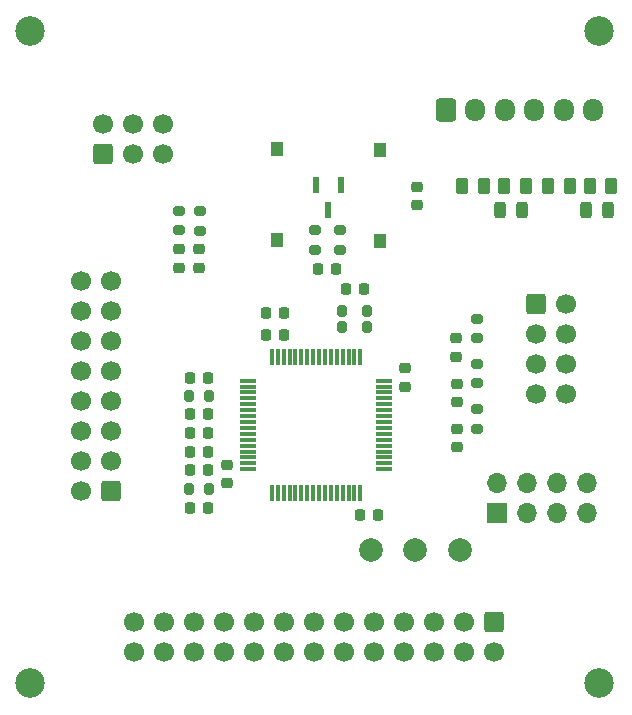
<source format=gbr>
%TF.GenerationSoftware,KiCad,Pcbnew,9.0.0*%
%TF.CreationDate,2025-03-07T07:18:05+07:00*%
%TF.ProjectId,MCU,4d43552e-6b69-4636-9164-5f7063625858,rev?*%
%TF.SameCoordinates,Original*%
%TF.FileFunction,Soldermask,Top*%
%TF.FilePolarity,Negative*%
%FSLAX46Y46*%
G04 Gerber Fmt 4.6, Leading zero omitted, Abs format (unit mm)*
G04 Created by KiCad (PCBNEW 9.0.0) date 2025-03-07 07:18:05*
%MOMM*%
%LPD*%
G01*
G04 APERTURE LIST*
G04 Aperture macros list*
%AMRoundRect*
0 Rectangle with rounded corners*
0 $1 Rounding radius*
0 $2 $3 $4 $5 $6 $7 $8 $9 X,Y pos of 4 corners*
0 Add a 4 corners polygon primitive as box body*
4,1,4,$2,$3,$4,$5,$6,$7,$8,$9,$2,$3,0*
0 Add four circle primitives for the rounded corners*
1,1,$1+$1,$2,$3*
1,1,$1+$1,$4,$5*
1,1,$1+$1,$6,$7*
1,1,$1+$1,$8,$9*
0 Add four rect primitives between the rounded corners*
20,1,$1+$1,$2,$3,$4,$5,0*
20,1,$1+$1,$4,$5,$6,$7,0*
20,1,$1+$1,$6,$7,$8,$9,0*
20,1,$1+$1,$8,$9,$2,$3,0*%
G04 Aperture macros list end*
%ADD10RoundRect,0.250000X-0.600000X-0.600000X0.600000X-0.600000X0.600000X0.600000X-0.600000X0.600000X0*%
%ADD11C,1.700000*%
%ADD12RoundRect,0.200000X0.275000X-0.200000X0.275000X0.200000X-0.275000X0.200000X-0.275000X-0.200000X0*%
%ADD13RoundRect,0.225000X0.250000X-0.225000X0.250000X0.225000X-0.250000X0.225000X-0.250000X-0.225000X0*%
%ADD14RoundRect,0.200000X-0.200000X0.300000X-0.200000X-0.300000X0.200000X-0.300000X0.200000X0.300000X0*%
%ADD15C,2.500000*%
%ADD16R,1.000000X1.250000*%
%ADD17RoundRect,0.225000X-0.250000X0.225000X-0.250000X-0.225000X0.250000X-0.225000X0.250000X0.225000X0*%
%ADD18RoundRect,0.250000X-0.262500X-0.450000X0.262500X-0.450000X0.262500X0.450000X-0.262500X0.450000X0*%
%ADD19RoundRect,0.225000X0.225000X0.250000X-0.225000X0.250000X-0.225000X-0.250000X0.225000X-0.250000X0*%
%ADD20RoundRect,0.225000X-0.225000X-0.250000X0.225000X-0.250000X0.225000X0.250000X-0.225000X0.250000X0*%
%ADD21RoundRect,0.250000X0.600000X0.600000X-0.600000X0.600000X-0.600000X-0.600000X0.600000X-0.600000X0*%
%ADD22RoundRect,0.200000X-0.200000X-0.275000X0.200000X-0.275000X0.200000X0.275000X-0.200000X0.275000X0*%
%ADD23R,1.700000X1.700000*%
%ADD24O,1.700000X1.700000*%
%ADD25RoundRect,0.250000X-0.600000X-0.725000X0.600000X-0.725000X0.600000X0.725000X-0.600000X0.725000X0*%
%ADD26O,1.700000X1.950000*%
%ADD27RoundRect,0.243750X-0.243750X-0.456250X0.243750X-0.456250X0.243750X0.456250X-0.243750X0.456250X0*%
%ADD28RoundRect,0.250000X-0.600000X0.600000X-0.600000X-0.600000X0.600000X-0.600000X0.600000X0.600000X0*%
%ADD29R,0.300000X1.475000*%
%ADD30R,1.475000X0.300000*%
%ADD31RoundRect,0.250000X0.600000X-0.600000X0.600000X0.600000X-0.600000X0.600000X-0.600000X-0.600000X0*%
%ADD32C,2.000000*%
%ADD33R,0.600000X1.350000*%
G04 APERTURE END LIST*
D10*
%TO.C,J4*%
X146330000Y-85500000D03*
D11*
X148870000Y-85500000D03*
X146330000Y-88040000D03*
X148870000Y-88040000D03*
X146330000Y-90580000D03*
X148870000Y-90580000D03*
X146330000Y-93120000D03*
X148870000Y-93120000D03*
%TD*%
D12*
%TO.C,R37*%
X141350000Y-92210000D03*
X141350000Y-90560000D03*
%TD*%
D13*
%TO.C,C40*%
X116120000Y-82425000D03*
X116120000Y-80875000D03*
%TD*%
D14*
%TO.C,Y2*%
X132070000Y-86080000D03*
X129970000Y-86080000D03*
X129970000Y-87480000D03*
X132070000Y-87480000D03*
%TD*%
D15*
%TO.C,H2*%
X151700000Y-117600000D03*
%TD*%
D16*
%TO.C,SW1*%
X133130000Y-80185000D03*
X133130000Y-72435000D03*
%TD*%
D17*
%TO.C,C9*%
X120170000Y-99100000D03*
X120170000Y-100650000D03*
%TD*%
D13*
%TO.C,C7*%
X135290000Y-92500000D03*
X135290000Y-90950000D03*
%TD*%
%TO.C,C37*%
X139670000Y-97610000D03*
X139670000Y-96060000D03*
%TD*%
D18*
%TO.C,R30*%
X140097500Y-75510000D03*
X141922500Y-75510000D03*
%TD*%
D19*
%TO.C,C8*%
X125005000Y-88080000D03*
X123455000Y-88080000D03*
%TD*%
D15*
%TO.C,H1*%
X103500000Y-117600000D03*
%TD*%
D20*
%TO.C,C19*%
X127905000Y-82510000D03*
X129455000Y-82510000D03*
%TD*%
D21*
%TO.C,J7*%
X110360000Y-101350000D03*
D11*
X107820000Y-101350000D03*
X110360000Y-98810000D03*
X107820000Y-98810000D03*
X110360000Y-96270000D03*
X107820000Y-96270000D03*
X110360000Y-93730000D03*
X107820000Y-93730000D03*
X110360000Y-91190000D03*
X107820000Y-91190000D03*
X110360000Y-88650000D03*
X107820000Y-88650000D03*
X110360000Y-86110000D03*
X107820000Y-86110000D03*
X110360000Y-83570000D03*
X107820000Y-83570000D03*
%TD*%
D13*
%TO.C,C36*%
X139650000Y-93820000D03*
X139650000Y-92270000D03*
%TD*%
D19*
%TO.C,C10*%
X131835000Y-84230000D03*
X130285000Y-84230000D03*
%TD*%
%TO.C,C29*%
X125005000Y-86290000D03*
X123455000Y-86290000D03*
%TD*%
D15*
%TO.C,H4*%
X103500000Y-62400000D03*
%TD*%
D22*
%TO.C,L3*%
X116995000Y-93290000D03*
X118645000Y-93290000D03*
%TD*%
D20*
%TO.C,C16*%
X117055000Y-91730000D03*
X118605000Y-91730000D03*
%TD*%
D18*
%TO.C,R35*%
X150900000Y-75500000D03*
X152725000Y-75500000D03*
%TD*%
D20*
%TO.C,C6*%
X131415000Y-103340000D03*
X132965000Y-103340000D03*
%TD*%
D23*
%TO.C,J1*%
X143025000Y-103215000D03*
D24*
X143025000Y-100675000D03*
X145565000Y-103215000D03*
X145565000Y-100675000D03*
X148105000Y-103215000D03*
X148105000Y-100675000D03*
X150645000Y-103215000D03*
X150645000Y-100675000D03*
%TD*%
D17*
%TO.C,C30*%
X136280000Y-75565000D03*
X136280000Y-77115000D03*
%TD*%
D25*
%TO.C,J2*%
X138700000Y-69070000D03*
D26*
X141200000Y-69070000D03*
X143700000Y-69070000D03*
X146200000Y-69070000D03*
X148700000Y-69070000D03*
X151200000Y-69070000D03*
%TD*%
D27*
%TO.C,D5*%
X150550000Y-77550000D03*
X152425000Y-77550000D03*
%TD*%
%TO.C,D4*%
X143300000Y-77550000D03*
X145175000Y-77550000D03*
%TD*%
D28*
%TO.C,J5*%
X142840000Y-112400000D03*
D11*
X142840000Y-114940000D03*
X140300000Y-112400000D03*
X140300000Y-114940000D03*
X137760000Y-112400000D03*
X137760000Y-114940000D03*
X135220000Y-112400000D03*
X135220000Y-114940000D03*
X132680000Y-112400000D03*
X132680000Y-114940000D03*
X130140000Y-112400000D03*
X130140000Y-114940000D03*
X127600000Y-112400000D03*
X127600000Y-114940000D03*
X125060000Y-112400000D03*
X125060000Y-114940000D03*
X122520000Y-112400000D03*
X122520000Y-114940000D03*
X119980000Y-112400000D03*
X119980000Y-114940000D03*
X117440000Y-112400000D03*
X117440000Y-114940000D03*
X114900000Y-112400000D03*
X114900000Y-114940000D03*
X112360000Y-112400000D03*
X112360000Y-114940000D03*
%TD*%
D19*
%TO.C,C17*%
X118585000Y-94830000D03*
X117035000Y-94830000D03*
%TD*%
D29*
%TO.C,IC1*%
X131488000Y-90000000D03*
X130988000Y-90000000D03*
X130488000Y-90000000D03*
X129988000Y-90000000D03*
X129488000Y-90000000D03*
X128988000Y-90000000D03*
X128488000Y-90000000D03*
X127988000Y-90000000D03*
X127488000Y-90000000D03*
X126988000Y-90000000D03*
X126488000Y-90000000D03*
X125988000Y-90000000D03*
X125488000Y-90000000D03*
X124988000Y-90000000D03*
X124488000Y-90000000D03*
X123988000Y-90000000D03*
D30*
X122000000Y-91988000D03*
X122000000Y-92488000D03*
X122000000Y-92988000D03*
X122000000Y-93488000D03*
X122000000Y-93988000D03*
X122000000Y-94488000D03*
X122000000Y-94988000D03*
X122000000Y-95488000D03*
X122000000Y-95988000D03*
X122000000Y-96488000D03*
X122000000Y-96988000D03*
X122000000Y-97488000D03*
X122000000Y-97988000D03*
X122000000Y-98488000D03*
X122000000Y-98988000D03*
X122000000Y-99488000D03*
D29*
X123988000Y-101476000D03*
X124488000Y-101476000D03*
X124988000Y-101476000D03*
X125488000Y-101476000D03*
X125988000Y-101476000D03*
X126488000Y-101476000D03*
X126988000Y-101476000D03*
X127488000Y-101476000D03*
X127988000Y-101476000D03*
X128488000Y-101476000D03*
X128988000Y-101476000D03*
X129488000Y-101476000D03*
X129988000Y-101476000D03*
X130488000Y-101476000D03*
X130988000Y-101476000D03*
X131488000Y-101476000D03*
D30*
X133476000Y-99488000D03*
X133476000Y-98988000D03*
X133476000Y-98488000D03*
X133476000Y-97988000D03*
X133476000Y-97488000D03*
X133476000Y-96988000D03*
X133476000Y-96488000D03*
X133476000Y-95988000D03*
X133476000Y-95488000D03*
X133476000Y-94988000D03*
X133476000Y-94488000D03*
X133476000Y-93988000D03*
X133476000Y-93488000D03*
X133476000Y-92988000D03*
X133476000Y-92488000D03*
X133476000Y-91988000D03*
%TD*%
D31*
%TO.C,J3*%
X109710000Y-72760000D03*
D11*
X109710000Y-70220000D03*
X112250000Y-72760000D03*
X112250000Y-70220000D03*
X114790000Y-72760000D03*
X114790000Y-70220000D03*
%TD*%
D12*
%TO.C,R38*%
X141360000Y-96040000D03*
X141360000Y-94390000D03*
%TD*%
D18*
%TO.C,R34*%
X147397500Y-75510000D03*
X149222500Y-75510000D03*
%TD*%
D32*
%TO.C,TP1*%
X139900000Y-106350000D03*
%TD*%
D12*
%TO.C,R32*%
X116120000Y-79260000D03*
X116120000Y-77610000D03*
%TD*%
%TO.C,R28*%
X127620000Y-80910000D03*
X127620000Y-79260000D03*
%TD*%
%TO.C,R36*%
X141350000Y-88400000D03*
X141350000Y-86750000D03*
%TD*%
D19*
%TO.C,C14*%
X118585000Y-99580000D03*
X117035000Y-99580000D03*
%TD*%
D13*
%TO.C,C35*%
X139620000Y-89945000D03*
X139620000Y-88395000D03*
%TD*%
D33*
%TO.C,IC2*%
X129820000Y-75405000D03*
X127720000Y-75405000D03*
X128770000Y-77505000D03*
%TD*%
D18*
%TO.C,R31*%
X143650000Y-75510000D03*
X145475000Y-75510000D03*
%TD*%
D32*
%TO.C,TP2*%
X136150000Y-106350000D03*
%TD*%
D12*
%TO.C,R29*%
X129780000Y-80905000D03*
X129780000Y-79255000D03*
%TD*%
D32*
%TO.C,TP3*%
X132400000Y-106300000D03*
%TD*%
D16*
%TO.C,SW2*%
X124400000Y-72360000D03*
X124400000Y-80110000D03*
%TD*%
D19*
%TO.C,C18*%
X118585000Y-96390000D03*
X117035000Y-96390000D03*
%TD*%
D20*
%TO.C,C13*%
X117035000Y-102730000D03*
X118585000Y-102730000D03*
%TD*%
D19*
%TO.C,C15*%
X118575000Y-98000000D03*
X117025000Y-98000000D03*
%TD*%
D12*
%TO.C,R33*%
X117870000Y-79275000D03*
X117870000Y-77625000D03*
%TD*%
D22*
%TO.C,L4*%
X116995000Y-101140000D03*
X118645000Y-101140000D03*
%TD*%
D15*
%TO.C,H3*%
X151695800Y-62400000D03*
%TD*%
D13*
%TO.C,C34*%
X117820000Y-82425000D03*
X117820000Y-80875000D03*
%TD*%
M02*

</source>
